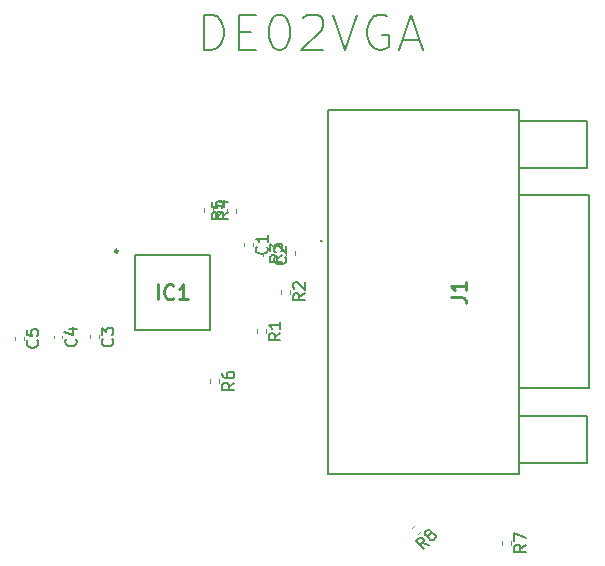
<source format=gbr>
%TF.GenerationSoftware,KiCad,Pcbnew,7.0.7*%
%TF.CreationDate,2023-11-25T23:50:18-06:00*%
%TF.ProjectId,DAC2DE0,44414332-4445-4302-9e6b-696361645f70,rev?*%
%TF.SameCoordinates,Original*%
%TF.FileFunction,Legend,Top*%
%TF.FilePolarity,Positive*%
%FSLAX46Y46*%
G04 Gerber Fmt 4.6, Leading zero omitted, Abs format (unit mm)*
G04 Created by KiCad (PCBNEW 7.0.7) date 2023-11-25 23:50:18*
%MOMM*%
%LPD*%
G01*
G04 APERTURE LIST*
%ADD10C,0.150000*%
%ADD11C,0.254000*%
%ADD12C,0.120000*%
%ADD13C,0.250000*%
%ADD14C,0.200000*%
G04 APERTURE END LIST*
D10*
X193040169Y-77247457D02*
X193040169Y-74247457D01*
X193040169Y-74247457D02*
X193754455Y-74247457D01*
X193754455Y-74247457D02*
X194183026Y-74390314D01*
X194183026Y-74390314D02*
X194468741Y-74676028D01*
X194468741Y-74676028D02*
X194611598Y-74961742D01*
X194611598Y-74961742D02*
X194754455Y-75533171D01*
X194754455Y-75533171D02*
X194754455Y-75961742D01*
X194754455Y-75961742D02*
X194611598Y-76533171D01*
X194611598Y-76533171D02*
X194468741Y-76818885D01*
X194468741Y-76818885D02*
X194183026Y-77104600D01*
X194183026Y-77104600D02*
X193754455Y-77247457D01*
X193754455Y-77247457D02*
X193040169Y-77247457D01*
X196040169Y-75676028D02*
X197040169Y-75676028D01*
X197468741Y-77247457D02*
X196040169Y-77247457D01*
X196040169Y-77247457D02*
X196040169Y-74247457D01*
X196040169Y-74247457D02*
X197468741Y-74247457D01*
X199325884Y-74247457D02*
X199611598Y-74247457D01*
X199611598Y-74247457D02*
X199897312Y-74390314D01*
X199897312Y-74390314D02*
X200040170Y-74533171D01*
X200040170Y-74533171D02*
X200183027Y-74818885D01*
X200183027Y-74818885D02*
X200325884Y-75390314D01*
X200325884Y-75390314D02*
X200325884Y-76104600D01*
X200325884Y-76104600D02*
X200183027Y-76676028D01*
X200183027Y-76676028D02*
X200040170Y-76961742D01*
X200040170Y-76961742D02*
X199897312Y-77104600D01*
X199897312Y-77104600D02*
X199611598Y-77247457D01*
X199611598Y-77247457D02*
X199325884Y-77247457D01*
X199325884Y-77247457D02*
X199040170Y-77104600D01*
X199040170Y-77104600D02*
X198897312Y-76961742D01*
X198897312Y-76961742D02*
X198754455Y-76676028D01*
X198754455Y-76676028D02*
X198611598Y-76104600D01*
X198611598Y-76104600D02*
X198611598Y-75390314D01*
X198611598Y-75390314D02*
X198754455Y-74818885D01*
X198754455Y-74818885D02*
X198897312Y-74533171D01*
X198897312Y-74533171D02*
X199040170Y-74390314D01*
X199040170Y-74390314D02*
X199325884Y-74247457D01*
X201468741Y-74533171D02*
X201611598Y-74390314D01*
X201611598Y-74390314D02*
X201897313Y-74247457D01*
X201897313Y-74247457D02*
X202611598Y-74247457D01*
X202611598Y-74247457D02*
X202897313Y-74390314D01*
X202897313Y-74390314D02*
X203040170Y-74533171D01*
X203040170Y-74533171D02*
X203183027Y-74818885D01*
X203183027Y-74818885D02*
X203183027Y-75104600D01*
X203183027Y-75104600D02*
X203040170Y-75533171D01*
X203040170Y-75533171D02*
X201325884Y-77247457D01*
X201325884Y-77247457D02*
X203183027Y-77247457D01*
X204040170Y-74247457D02*
X205040170Y-77247457D01*
X205040170Y-77247457D02*
X206040170Y-74247457D01*
X208611599Y-74390314D02*
X208325885Y-74247457D01*
X208325885Y-74247457D02*
X207897313Y-74247457D01*
X207897313Y-74247457D02*
X207468742Y-74390314D01*
X207468742Y-74390314D02*
X207183027Y-74676028D01*
X207183027Y-74676028D02*
X207040170Y-74961742D01*
X207040170Y-74961742D02*
X206897313Y-75533171D01*
X206897313Y-75533171D02*
X206897313Y-75961742D01*
X206897313Y-75961742D02*
X207040170Y-76533171D01*
X207040170Y-76533171D02*
X207183027Y-76818885D01*
X207183027Y-76818885D02*
X207468742Y-77104600D01*
X207468742Y-77104600D02*
X207897313Y-77247457D01*
X207897313Y-77247457D02*
X208183027Y-77247457D01*
X208183027Y-77247457D02*
X208611599Y-77104600D01*
X208611599Y-77104600D02*
X208754456Y-76961742D01*
X208754456Y-76961742D02*
X208754456Y-75961742D01*
X208754456Y-75961742D02*
X208183027Y-75961742D01*
X209897313Y-76390314D02*
X211325885Y-76390314D01*
X209611599Y-77247457D02*
X210611599Y-74247457D01*
X210611599Y-74247457D02*
X211611599Y-77247457D01*
X212105069Y-119122771D02*
X211532650Y-119021756D01*
X211701008Y-119526832D02*
X210993902Y-118819725D01*
X210993902Y-118819725D02*
X211263276Y-118550351D01*
X211263276Y-118550351D02*
X211364291Y-118516679D01*
X211364291Y-118516679D02*
X211431634Y-118516679D01*
X211431634Y-118516679D02*
X211532650Y-118550351D01*
X211532650Y-118550351D02*
X211633665Y-118651366D01*
X211633665Y-118651366D02*
X211667337Y-118752382D01*
X211667337Y-118752382D02*
X211667337Y-118819725D01*
X211667337Y-118819725D02*
X211633665Y-118920740D01*
X211633665Y-118920740D02*
X211364291Y-119190114D01*
X212105069Y-118314649D02*
X212004054Y-118348321D01*
X212004054Y-118348321D02*
X211936711Y-118348321D01*
X211936711Y-118348321D02*
X211835695Y-118314649D01*
X211835695Y-118314649D02*
X211802024Y-118280977D01*
X211802024Y-118280977D02*
X211768352Y-118179962D01*
X211768352Y-118179962D02*
X211768352Y-118112618D01*
X211768352Y-118112618D02*
X211802024Y-118011603D01*
X211802024Y-118011603D02*
X211936711Y-117876916D01*
X211936711Y-117876916D02*
X212037726Y-117843244D01*
X212037726Y-117843244D02*
X212105069Y-117843244D01*
X212105069Y-117843244D02*
X212206085Y-117876916D01*
X212206085Y-117876916D02*
X212239756Y-117910588D01*
X212239756Y-117910588D02*
X212273428Y-118011603D01*
X212273428Y-118011603D02*
X212273428Y-118078947D01*
X212273428Y-118078947D02*
X212239756Y-118179962D01*
X212239756Y-118179962D02*
X212105069Y-118314649D01*
X212105069Y-118314649D02*
X212071398Y-118415664D01*
X212071398Y-118415664D02*
X212071398Y-118483008D01*
X212071398Y-118483008D02*
X212105069Y-118584023D01*
X212105069Y-118584023D02*
X212239756Y-118718710D01*
X212239756Y-118718710D02*
X212340772Y-118752382D01*
X212340772Y-118752382D02*
X212408115Y-118752382D01*
X212408115Y-118752382D02*
X212509130Y-118718710D01*
X212509130Y-118718710D02*
X212643817Y-118584023D01*
X212643817Y-118584023D02*
X212677489Y-118483008D01*
X212677489Y-118483008D02*
X212677489Y-118415664D01*
X212677489Y-118415664D02*
X212643817Y-118314649D01*
X212643817Y-118314649D02*
X212509130Y-118179962D01*
X212509130Y-118179962D02*
X212408115Y-118146290D01*
X212408115Y-118146290D02*
X212340772Y-118146290D01*
X212340772Y-118146290D02*
X212239756Y-118179962D01*
X220318819Y-119140266D02*
X219842628Y-119473599D01*
X220318819Y-119711694D02*
X219318819Y-119711694D01*
X219318819Y-119711694D02*
X219318819Y-119330742D01*
X219318819Y-119330742D02*
X219366438Y-119235504D01*
X219366438Y-119235504D02*
X219414057Y-119187885D01*
X219414057Y-119187885D02*
X219509295Y-119140266D01*
X219509295Y-119140266D02*
X219652152Y-119140266D01*
X219652152Y-119140266D02*
X219747390Y-119187885D01*
X219747390Y-119187885D02*
X219795009Y-119235504D01*
X219795009Y-119235504D02*
X219842628Y-119330742D01*
X219842628Y-119330742D02*
X219842628Y-119711694D01*
X219318819Y-118806932D02*
X219318819Y-118140266D01*
X219318819Y-118140266D02*
X220318819Y-118568837D01*
X195630019Y-105424266D02*
X195153828Y-105757599D01*
X195630019Y-105995694D02*
X194630019Y-105995694D01*
X194630019Y-105995694D02*
X194630019Y-105614742D01*
X194630019Y-105614742D02*
X194677638Y-105519504D01*
X194677638Y-105519504D02*
X194725257Y-105471885D01*
X194725257Y-105471885D02*
X194820495Y-105424266D01*
X194820495Y-105424266D02*
X194963352Y-105424266D01*
X194963352Y-105424266D02*
X195058590Y-105471885D01*
X195058590Y-105471885D02*
X195106209Y-105519504D01*
X195106209Y-105519504D02*
X195153828Y-105614742D01*
X195153828Y-105614742D02*
X195153828Y-105995694D01*
X194630019Y-104567123D02*
X194630019Y-104757599D01*
X194630019Y-104757599D02*
X194677638Y-104852837D01*
X194677638Y-104852837D02*
X194725257Y-104900456D01*
X194725257Y-104900456D02*
X194868114Y-104995694D01*
X194868114Y-104995694D02*
X195058590Y-105043313D01*
X195058590Y-105043313D02*
X195439542Y-105043313D01*
X195439542Y-105043313D02*
X195534780Y-104995694D01*
X195534780Y-104995694D02*
X195582400Y-104948075D01*
X195582400Y-104948075D02*
X195630019Y-104852837D01*
X195630019Y-104852837D02*
X195630019Y-104662361D01*
X195630019Y-104662361D02*
X195582400Y-104567123D01*
X195582400Y-104567123D02*
X195534780Y-104519504D01*
X195534780Y-104519504D02*
X195439542Y-104471885D01*
X195439542Y-104471885D02*
X195201447Y-104471885D01*
X195201447Y-104471885D02*
X195106209Y-104519504D01*
X195106209Y-104519504D02*
X195058590Y-104567123D01*
X195058590Y-104567123D02*
X195010971Y-104662361D01*
X195010971Y-104662361D02*
X195010971Y-104852837D01*
X195010971Y-104852837D02*
X195058590Y-104948075D01*
X195058590Y-104948075D02*
X195106209Y-104995694D01*
X195106209Y-104995694D02*
X195201447Y-105043313D01*
X194712419Y-90997066D02*
X194236228Y-91330399D01*
X194712419Y-91568494D02*
X193712419Y-91568494D01*
X193712419Y-91568494D02*
X193712419Y-91187542D01*
X193712419Y-91187542D02*
X193760038Y-91092304D01*
X193760038Y-91092304D02*
X193807657Y-91044685D01*
X193807657Y-91044685D02*
X193902895Y-90997066D01*
X193902895Y-90997066D02*
X194045752Y-90997066D01*
X194045752Y-90997066D02*
X194140990Y-91044685D01*
X194140990Y-91044685D02*
X194188609Y-91092304D01*
X194188609Y-91092304D02*
X194236228Y-91187542D01*
X194236228Y-91187542D02*
X194236228Y-91568494D01*
X193712419Y-90092304D02*
X193712419Y-90568494D01*
X193712419Y-90568494D02*
X194188609Y-90616113D01*
X194188609Y-90616113D02*
X194140990Y-90568494D01*
X194140990Y-90568494D02*
X194093371Y-90473256D01*
X194093371Y-90473256D02*
X194093371Y-90235161D01*
X194093371Y-90235161D02*
X194140990Y-90139923D01*
X194140990Y-90139923D02*
X194188609Y-90092304D01*
X194188609Y-90092304D02*
X194283847Y-90044685D01*
X194283847Y-90044685D02*
X194521942Y-90044685D01*
X194521942Y-90044685D02*
X194617180Y-90092304D01*
X194617180Y-90092304D02*
X194664800Y-90139923D01*
X194664800Y-90139923D02*
X194712419Y-90235161D01*
X194712419Y-90235161D02*
X194712419Y-90473256D01*
X194712419Y-90473256D02*
X194664800Y-90568494D01*
X194664800Y-90568494D02*
X194617180Y-90616113D01*
X195122019Y-90946266D02*
X194645828Y-91279599D01*
X195122019Y-91517694D02*
X194122019Y-91517694D01*
X194122019Y-91517694D02*
X194122019Y-91136742D01*
X194122019Y-91136742D02*
X194169638Y-91041504D01*
X194169638Y-91041504D02*
X194217257Y-90993885D01*
X194217257Y-90993885D02*
X194312495Y-90946266D01*
X194312495Y-90946266D02*
X194455352Y-90946266D01*
X194455352Y-90946266D02*
X194550590Y-90993885D01*
X194550590Y-90993885D02*
X194598209Y-91041504D01*
X194598209Y-91041504D02*
X194645828Y-91136742D01*
X194645828Y-91136742D02*
X194645828Y-91517694D01*
X194455352Y-90089123D02*
X195122019Y-90089123D01*
X194074400Y-90327218D02*
X194788685Y-90565313D01*
X194788685Y-90565313D02*
X194788685Y-89946266D01*
X199690819Y-94603866D02*
X199214628Y-94937199D01*
X199690819Y-95175294D02*
X198690819Y-95175294D01*
X198690819Y-95175294D02*
X198690819Y-94794342D01*
X198690819Y-94794342D02*
X198738438Y-94699104D01*
X198738438Y-94699104D02*
X198786057Y-94651485D01*
X198786057Y-94651485D02*
X198881295Y-94603866D01*
X198881295Y-94603866D02*
X199024152Y-94603866D01*
X199024152Y-94603866D02*
X199119390Y-94651485D01*
X199119390Y-94651485D02*
X199167009Y-94699104D01*
X199167009Y-94699104D02*
X199214628Y-94794342D01*
X199214628Y-94794342D02*
X199214628Y-95175294D01*
X198690819Y-94270532D02*
X198690819Y-93651485D01*
X198690819Y-93651485D02*
X199071771Y-93984818D01*
X199071771Y-93984818D02*
X199071771Y-93841961D01*
X199071771Y-93841961D02*
X199119390Y-93746723D01*
X199119390Y-93746723D02*
X199167009Y-93699104D01*
X199167009Y-93699104D02*
X199262247Y-93651485D01*
X199262247Y-93651485D02*
X199500342Y-93651485D01*
X199500342Y-93651485D02*
X199595580Y-93699104D01*
X199595580Y-93699104D02*
X199643200Y-93746723D01*
X199643200Y-93746723D02*
X199690819Y-93841961D01*
X199690819Y-93841961D02*
X199690819Y-94127675D01*
X199690819Y-94127675D02*
X199643200Y-94222913D01*
X199643200Y-94222913D02*
X199595580Y-94270532D01*
X201624419Y-97855066D02*
X201148228Y-98188399D01*
X201624419Y-98426494D02*
X200624419Y-98426494D01*
X200624419Y-98426494D02*
X200624419Y-98045542D01*
X200624419Y-98045542D02*
X200672038Y-97950304D01*
X200672038Y-97950304D02*
X200719657Y-97902685D01*
X200719657Y-97902685D02*
X200814895Y-97855066D01*
X200814895Y-97855066D02*
X200957752Y-97855066D01*
X200957752Y-97855066D02*
X201052990Y-97902685D01*
X201052990Y-97902685D02*
X201100609Y-97950304D01*
X201100609Y-97950304D02*
X201148228Y-98045542D01*
X201148228Y-98045542D02*
X201148228Y-98426494D01*
X200719657Y-97474113D02*
X200672038Y-97426494D01*
X200672038Y-97426494D02*
X200624419Y-97331256D01*
X200624419Y-97331256D02*
X200624419Y-97093161D01*
X200624419Y-97093161D02*
X200672038Y-96997923D01*
X200672038Y-96997923D02*
X200719657Y-96950304D01*
X200719657Y-96950304D02*
X200814895Y-96902685D01*
X200814895Y-96902685D02*
X200910133Y-96902685D01*
X200910133Y-96902685D02*
X201052990Y-96950304D01*
X201052990Y-96950304D02*
X201624419Y-97521732D01*
X201624419Y-97521732D02*
X201624419Y-96902685D01*
X199541619Y-101207866D02*
X199065428Y-101541199D01*
X199541619Y-101779294D02*
X198541619Y-101779294D01*
X198541619Y-101779294D02*
X198541619Y-101398342D01*
X198541619Y-101398342D02*
X198589238Y-101303104D01*
X198589238Y-101303104D02*
X198636857Y-101255485D01*
X198636857Y-101255485D02*
X198732095Y-101207866D01*
X198732095Y-101207866D02*
X198874952Y-101207866D01*
X198874952Y-101207866D02*
X198970190Y-101255485D01*
X198970190Y-101255485D02*
X199017809Y-101303104D01*
X199017809Y-101303104D02*
X199065428Y-101398342D01*
X199065428Y-101398342D02*
X199065428Y-101779294D01*
X199541619Y-100255485D02*
X199541619Y-100826913D01*
X199541619Y-100541199D02*
X198541619Y-100541199D01*
X198541619Y-100541199D02*
X198684476Y-100636437D01*
X198684476Y-100636437D02*
X198779714Y-100731675D01*
X198779714Y-100731675D02*
X198827333Y-100826913D01*
X178963980Y-101817466D02*
X179011600Y-101865085D01*
X179011600Y-101865085D02*
X179059219Y-102007942D01*
X179059219Y-102007942D02*
X179059219Y-102103180D01*
X179059219Y-102103180D02*
X179011600Y-102246037D01*
X179011600Y-102246037D02*
X178916361Y-102341275D01*
X178916361Y-102341275D02*
X178821123Y-102388894D01*
X178821123Y-102388894D02*
X178630647Y-102436513D01*
X178630647Y-102436513D02*
X178487790Y-102436513D01*
X178487790Y-102436513D02*
X178297314Y-102388894D01*
X178297314Y-102388894D02*
X178202076Y-102341275D01*
X178202076Y-102341275D02*
X178106838Y-102246037D01*
X178106838Y-102246037D02*
X178059219Y-102103180D01*
X178059219Y-102103180D02*
X178059219Y-102007942D01*
X178059219Y-102007942D02*
X178106838Y-101865085D01*
X178106838Y-101865085D02*
X178154457Y-101817466D01*
X178059219Y-100912704D02*
X178059219Y-101388894D01*
X178059219Y-101388894D02*
X178535409Y-101436513D01*
X178535409Y-101436513D02*
X178487790Y-101388894D01*
X178487790Y-101388894D02*
X178440171Y-101293656D01*
X178440171Y-101293656D02*
X178440171Y-101055561D01*
X178440171Y-101055561D02*
X178487790Y-100960323D01*
X178487790Y-100960323D02*
X178535409Y-100912704D01*
X178535409Y-100912704D02*
X178630647Y-100865085D01*
X178630647Y-100865085D02*
X178868742Y-100865085D01*
X178868742Y-100865085D02*
X178963980Y-100912704D01*
X178963980Y-100912704D02*
X179011600Y-100960323D01*
X179011600Y-100960323D02*
X179059219Y-101055561D01*
X179059219Y-101055561D02*
X179059219Y-101293656D01*
X179059219Y-101293656D02*
X179011600Y-101388894D01*
X179011600Y-101388894D02*
X178963980Y-101436513D01*
X182215180Y-101715866D02*
X182262800Y-101763485D01*
X182262800Y-101763485D02*
X182310419Y-101906342D01*
X182310419Y-101906342D02*
X182310419Y-102001580D01*
X182310419Y-102001580D02*
X182262800Y-102144437D01*
X182262800Y-102144437D02*
X182167561Y-102239675D01*
X182167561Y-102239675D02*
X182072323Y-102287294D01*
X182072323Y-102287294D02*
X181881847Y-102334913D01*
X181881847Y-102334913D02*
X181738990Y-102334913D01*
X181738990Y-102334913D02*
X181548514Y-102287294D01*
X181548514Y-102287294D02*
X181453276Y-102239675D01*
X181453276Y-102239675D02*
X181358038Y-102144437D01*
X181358038Y-102144437D02*
X181310419Y-102001580D01*
X181310419Y-102001580D02*
X181310419Y-101906342D01*
X181310419Y-101906342D02*
X181358038Y-101763485D01*
X181358038Y-101763485D02*
X181405657Y-101715866D01*
X181643752Y-100858723D02*
X182310419Y-100858723D01*
X181262800Y-101096818D02*
X181977085Y-101334913D01*
X181977085Y-101334913D02*
X181977085Y-100715866D01*
X185313980Y-101694366D02*
X185361600Y-101741985D01*
X185361600Y-101741985D02*
X185409219Y-101884842D01*
X185409219Y-101884842D02*
X185409219Y-101980080D01*
X185409219Y-101980080D02*
X185361600Y-102122937D01*
X185361600Y-102122937D02*
X185266361Y-102218175D01*
X185266361Y-102218175D02*
X185171123Y-102265794D01*
X185171123Y-102265794D02*
X184980647Y-102313413D01*
X184980647Y-102313413D02*
X184837790Y-102313413D01*
X184837790Y-102313413D02*
X184647314Y-102265794D01*
X184647314Y-102265794D02*
X184552076Y-102218175D01*
X184552076Y-102218175D02*
X184456838Y-102122937D01*
X184456838Y-102122937D02*
X184409219Y-101980080D01*
X184409219Y-101980080D02*
X184409219Y-101884842D01*
X184409219Y-101884842D02*
X184456838Y-101741985D01*
X184456838Y-101741985D02*
X184504457Y-101694366D01*
X184409219Y-101361032D02*
X184409219Y-100741985D01*
X184409219Y-100741985D02*
X184790171Y-101075318D01*
X184790171Y-101075318D02*
X184790171Y-100932461D01*
X184790171Y-100932461D02*
X184837790Y-100837223D01*
X184837790Y-100837223D02*
X184885409Y-100789604D01*
X184885409Y-100789604D02*
X184980647Y-100741985D01*
X184980647Y-100741985D02*
X185218742Y-100741985D01*
X185218742Y-100741985D02*
X185313980Y-100789604D01*
X185313980Y-100789604D02*
X185361600Y-100837223D01*
X185361600Y-100837223D02*
X185409219Y-100932461D01*
X185409219Y-100932461D02*
X185409219Y-101218175D01*
X185409219Y-101218175D02*
X185361600Y-101313413D01*
X185361600Y-101313413D02*
X185313980Y-101361032D01*
X199944380Y-94756266D02*
X199992000Y-94803885D01*
X199992000Y-94803885D02*
X200039619Y-94946742D01*
X200039619Y-94946742D02*
X200039619Y-95041980D01*
X200039619Y-95041980D02*
X199992000Y-95184837D01*
X199992000Y-95184837D02*
X199896761Y-95280075D01*
X199896761Y-95280075D02*
X199801523Y-95327694D01*
X199801523Y-95327694D02*
X199611047Y-95375313D01*
X199611047Y-95375313D02*
X199468190Y-95375313D01*
X199468190Y-95375313D02*
X199277714Y-95327694D01*
X199277714Y-95327694D02*
X199182476Y-95280075D01*
X199182476Y-95280075D02*
X199087238Y-95184837D01*
X199087238Y-95184837D02*
X199039619Y-95041980D01*
X199039619Y-95041980D02*
X199039619Y-94946742D01*
X199039619Y-94946742D02*
X199087238Y-94803885D01*
X199087238Y-94803885D02*
X199134857Y-94756266D01*
X199134857Y-94375313D02*
X199087238Y-94327694D01*
X199087238Y-94327694D02*
X199039619Y-94232456D01*
X199039619Y-94232456D02*
X199039619Y-93994361D01*
X199039619Y-93994361D02*
X199087238Y-93899123D01*
X199087238Y-93899123D02*
X199134857Y-93851504D01*
X199134857Y-93851504D02*
X199230095Y-93803885D01*
X199230095Y-93803885D02*
X199325333Y-93803885D01*
X199325333Y-93803885D02*
X199468190Y-93851504D01*
X199468190Y-93851504D02*
X200039619Y-94422932D01*
X200039619Y-94422932D02*
X200039619Y-93803885D01*
X198369580Y-93892666D02*
X198417200Y-93940285D01*
X198417200Y-93940285D02*
X198464819Y-94083142D01*
X198464819Y-94083142D02*
X198464819Y-94178380D01*
X198464819Y-94178380D02*
X198417200Y-94321237D01*
X198417200Y-94321237D02*
X198321961Y-94416475D01*
X198321961Y-94416475D02*
X198226723Y-94464094D01*
X198226723Y-94464094D02*
X198036247Y-94511713D01*
X198036247Y-94511713D02*
X197893390Y-94511713D01*
X197893390Y-94511713D02*
X197702914Y-94464094D01*
X197702914Y-94464094D02*
X197607676Y-94416475D01*
X197607676Y-94416475D02*
X197512438Y-94321237D01*
X197512438Y-94321237D02*
X197464819Y-94178380D01*
X197464819Y-94178380D02*
X197464819Y-94083142D01*
X197464819Y-94083142D02*
X197512438Y-93940285D01*
X197512438Y-93940285D02*
X197560057Y-93892666D01*
X198464819Y-92940285D02*
X198464819Y-93511713D01*
X198464819Y-93225999D02*
X197464819Y-93225999D01*
X197464819Y-93225999D02*
X197607676Y-93321237D01*
X197607676Y-93321237D02*
X197702914Y-93416475D01*
X197702914Y-93416475D02*
X197750533Y-93511713D01*
D11*
X189158637Y-98340918D02*
X189158637Y-97070918D01*
X190489114Y-98219965D02*
X190428638Y-98280442D01*
X190428638Y-98280442D02*
X190247209Y-98340918D01*
X190247209Y-98340918D02*
X190126257Y-98340918D01*
X190126257Y-98340918D02*
X189944828Y-98280442D01*
X189944828Y-98280442D02*
X189823876Y-98159489D01*
X189823876Y-98159489D02*
X189763399Y-98038537D01*
X189763399Y-98038537D02*
X189702923Y-97796632D01*
X189702923Y-97796632D02*
X189702923Y-97615203D01*
X189702923Y-97615203D02*
X189763399Y-97373299D01*
X189763399Y-97373299D02*
X189823876Y-97252346D01*
X189823876Y-97252346D02*
X189944828Y-97131394D01*
X189944828Y-97131394D02*
X190126257Y-97070918D01*
X190126257Y-97070918D02*
X190247209Y-97070918D01*
X190247209Y-97070918D02*
X190428638Y-97131394D01*
X190428638Y-97131394D02*
X190489114Y-97191870D01*
X191698638Y-98340918D02*
X190972923Y-98340918D01*
X191335780Y-98340918D02*
X191335780Y-97070918D01*
X191335780Y-97070918D02*
X191214828Y-97252346D01*
X191214828Y-97252346D02*
X191093876Y-97373299D01*
X191093876Y-97373299D02*
X190972923Y-97433775D01*
X213964318Y-98143132D02*
X214871461Y-98143132D01*
X214871461Y-98143132D02*
X215052889Y-98203609D01*
X215052889Y-98203609D02*
X215173842Y-98324561D01*
X215173842Y-98324561D02*
X215234318Y-98505990D01*
X215234318Y-98505990D02*
X215234318Y-98626942D01*
X215234318Y-96873132D02*
X215234318Y-97598847D01*
X215234318Y-97235990D02*
X213964318Y-97235990D01*
X213964318Y-97235990D02*
X214145746Y-97356942D01*
X214145746Y-97356942D02*
X214266699Y-97477894D01*
X214266699Y-97477894D02*
X214327175Y-97598847D01*
D12*
%TO.C,R8*%
X211461227Y-118006175D02*
X211224175Y-118243227D01*
X210923825Y-117468773D02*
X210686773Y-117705825D01*
%TO.C,R7*%
X219074000Y-118805979D02*
X219074000Y-119141221D01*
X218314000Y-118805979D02*
X218314000Y-119141221D01*
%TO.C,R6*%
X194385200Y-105089979D02*
X194385200Y-105425221D01*
X193625200Y-105089979D02*
X193625200Y-105425221D01*
%TO.C,R5*%
X195047600Y-90998021D02*
X195047600Y-90662779D01*
X195807600Y-90998021D02*
X195807600Y-90662779D01*
%TO.C,R4*%
X193877200Y-90611979D02*
X193877200Y-90947221D01*
X193117200Y-90611979D02*
X193117200Y-90947221D01*
%TO.C,R3*%
X200026000Y-94604821D02*
X200026000Y-94269579D01*
X200786000Y-94604821D02*
X200786000Y-94269579D01*
%TO.C,R2*%
X200379600Y-97520779D02*
X200379600Y-97856021D01*
X199619600Y-97520779D02*
X199619600Y-97856021D01*
%TO.C,R1*%
X198296800Y-100873579D02*
X198296800Y-101208821D01*
X197536800Y-100873579D02*
X197536800Y-101208821D01*
%TO.C,C5*%
X177804400Y-101534965D02*
X177804400Y-101766635D01*
X177084400Y-101534965D02*
X177084400Y-101766635D01*
%TO.C,C4*%
X181055600Y-101433365D02*
X181055600Y-101665035D01*
X180335600Y-101433365D02*
X180335600Y-101665035D01*
%TO.C,C3*%
X184154400Y-101411865D02*
X184154400Y-101643535D01*
X183434400Y-101411865D02*
X183434400Y-101643535D01*
%TO.C,C2*%
X198784800Y-94473765D02*
X198784800Y-94705435D01*
X198064800Y-94473765D02*
X198064800Y-94705435D01*
%TO.C,C1*%
X197210000Y-93610165D02*
X197210000Y-93841835D01*
X196490000Y-93610165D02*
X196490000Y-93841835D01*
D13*
%TO.C,IC1*%
X185798400Y-94266600D02*
G75*
G03*
X185798400Y-94266600I-125000J0D01*
G01*
D14*
X193548400Y-100916600D02*
X187248400Y-100916600D01*
X193548400Y-94616600D02*
X193548400Y-100916600D01*
X187248400Y-100916600D02*
X187248400Y-94616600D01*
X187248400Y-94616600D02*
X193548400Y-94616600D01*
%TO.C,J1*%
X202940000Y-93389800D02*
G75*
G03*
X203040000Y-93389800I50000J0D01*
G01*
X202940000Y-93389800D02*
G75*
G03*
X203040000Y-93389800I50000J0D01*
G01*
X203040000Y-93389800D02*
G75*
G03*
X202940000Y-93389800I-50000J0D01*
G01*
X219710000Y-82314800D02*
X219710000Y-113124800D01*
X203610000Y-82314800D02*
X219710000Y-82314800D01*
X225510000Y-83224800D02*
X225510000Y-87224800D01*
X219710000Y-83224800D02*
X225510000Y-83224800D01*
X225510000Y-87224800D02*
X219710000Y-87224800D01*
X219710000Y-87224800D02*
X219710000Y-83224800D01*
X225710000Y-89554800D02*
X225710000Y-105884800D01*
X219710000Y-89554800D02*
X225710000Y-89554800D01*
X203040000Y-93389800D02*
X203040000Y-93389800D01*
X202940000Y-93389800D02*
X202940000Y-93389800D01*
X202940000Y-93389800D02*
X202940000Y-93389800D01*
X225710000Y-105884800D02*
X219710000Y-105884800D01*
X225510000Y-108214800D02*
X225510000Y-112214800D01*
X219710000Y-108214800D02*
X225510000Y-108214800D01*
X225510000Y-112214800D02*
X219710000Y-112214800D01*
X219710000Y-112214800D02*
X219710000Y-108214800D01*
X219710000Y-113124800D02*
X203610000Y-113124800D01*
X203610000Y-113124800D02*
X203610000Y-82314800D01*
%TD*%
M02*

</source>
